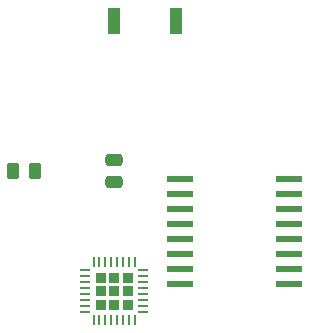
<source format=gbr>
%TF.GenerationSoftware,KiCad,Pcbnew,6.0.9-8da3e8f707~117~ubuntu20.04.1*%
%TF.CreationDate,2022-11-28T20:35:45-03:00*%
%TF.ProjectId,E3,45332e6b-6963-4616-945f-706362585858,rev?*%
%TF.SameCoordinates,Original*%
%TF.FileFunction,Paste,Top*%
%TF.FilePolarity,Positive*%
%FSLAX46Y46*%
G04 Gerber Fmt 4.6, Leading zero omitted, Abs format (unit mm)*
G04 Created by KiCad (PCBNEW 6.0.9-8da3e8f707~117~ubuntu20.04.1) date 2022-11-28 20:35:45*
%MOMM*%
%LPD*%
G01*
G04 APERTURE LIST*
G04 Aperture macros list*
%AMRoundRect*
0 Rectangle with rounded corners*
0 $1 Rounding radius*
0 $2 $3 $4 $5 $6 $7 $8 $9 X,Y pos of 4 corners*
0 Add a 4 corners polygon primitive as box body*
4,1,4,$2,$3,$4,$5,$6,$7,$8,$9,$2,$3,0*
0 Add four circle primitives for the rounded corners*
1,1,$1+$1,$2,$3*
1,1,$1+$1,$4,$5*
1,1,$1+$1,$6,$7*
1,1,$1+$1,$8,$9*
0 Add four rect primitives between the rounded corners*
20,1,$1+$1,$2,$3,$4,$5,0*
20,1,$1+$1,$4,$5,$6,$7,0*
20,1,$1+$1,$6,$7,$8,$9,0*
20,1,$1+$1,$8,$9,$2,$3,0*%
G04 Aperture macros list end*
%ADD10R,1.050000X2.200000*%
%ADD11R,2.200000X0.600000*%
%ADD12RoundRect,0.250000X0.262500X0.450000X-0.262500X0.450000X-0.262500X-0.450000X0.262500X-0.450000X0*%
%ADD13RoundRect,0.250000X-0.475000X0.250000X-0.475000X-0.250000X0.475000X-0.250000X0.475000X0.250000X0*%
%ADD14RoundRect,0.232500X-0.232500X0.232500X-0.232500X-0.232500X0.232500X-0.232500X0.232500X0.232500X0*%
%ADD15RoundRect,0.062500X-0.062500X0.375000X-0.062500X-0.375000X0.062500X-0.375000X0.062500X0.375000X0*%
%ADD16RoundRect,0.062500X-0.375000X0.062500X-0.375000X-0.062500X0.375000X-0.062500X0.375000X0.062500X0*%
G04 APERTURE END LIST*
D10*
%TO.C,ANT1*%
X182880000Y-99060000D03*
X188080000Y-99060000D03*
%TD*%
D11*
%TO.C,RTC1*%
X188440000Y-112395000D03*
X188440000Y-113665000D03*
X188440000Y-114935000D03*
X188440000Y-116205000D03*
X188440000Y-117475000D03*
X188440000Y-118745000D03*
X188440000Y-120015000D03*
X188440000Y-121285000D03*
X197640000Y-121285000D03*
X197640000Y-120015000D03*
X197640000Y-118745000D03*
X197640000Y-117475000D03*
X197640000Y-116205000D03*
X197640000Y-114935000D03*
X197640000Y-113665000D03*
X197640000Y-112395000D03*
%TD*%
D12*
%TO.C,R1*%
X176172500Y-111760000D03*
X174347500Y-111760000D03*
%TD*%
D13*
%TO.C,C1*%
X182880000Y-110810000D03*
X182880000Y-112710000D03*
%TD*%
D14*
%TO.C,ESP1*%
X182880000Y-123070000D03*
X182880000Y-120770000D03*
X182880000Y-121920000D03*
X184030000Y-120770000D03*
X181730000Y-120770000D03*
X184030000Y-123070000D03*
X181730000Y-123070000D03*
X181730000Y-121920000D03*
X184030000Y-121920000D03*
D15*
X184630000Y-119482500D03*
X184130000Y-119482500D03*
X183630000Y-119482500D03*
X183130000Y-119482500D03*
X182630000Y-119482500D03*
X182130000Y-119482500D03*
X181630000Y-119482500D03*
X181130000Y-119482500D03*
D16*
X180442500Y-120170000D03*
X180442500Y-120670000D03*
X180442500Y-121170000D03*
X180442500Y-121670000D03*
X180442500Y-122170000D03*
X180442500Y-122670000D03*
X180442500Y-123170000D03*
X180442500Y-123670000D03*
D15*
X181130000Y-124357500D03*
X181630000Y-124357500D03*
X182130000Y-124357500D03*
X182630000Y-124357500D03*
X183130000Y-124357500D03*
X183630000Y-124357500D03*
X184130000Y-124357500D03*
X184630000Y-124357500D03*
D16*
X185317500Y-123670000D03*
X185317500Y-123170000D03*
X185317500Y-122670000D03*
X185317500Y-122170000D03*
X185317500Y-121670000D03*
X185317500Y-121170000D03*
X185317500Y-120670000D03*
X185317500Y-120170000D03*
%TD*%
M02*

</source>
